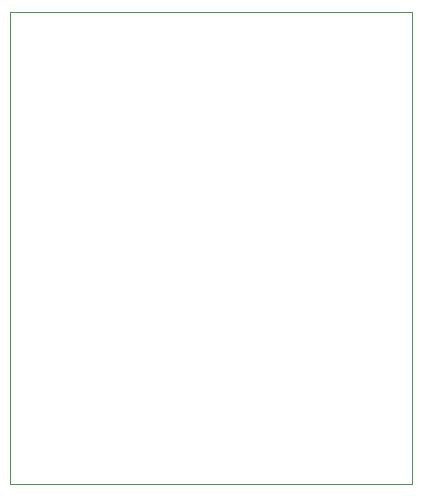
<source format=gko>
G04 Generated by Ultiboard 14.1 *
%FSLAX24Y24*%
%MOIN*%

%ADD10C,0.0001*%
%ADD11C,0.0001*%


G04 ColorRGB 00FFFF for the following layer *
%LNBoard Outline*%
%LPD*%
G54D10*
G54D11*
X-100Y0D02*
X13286Y0D01*
X13286Y15748D01*
X-100Y15748D01*
X-100Y0D01*

M02*

</source>
